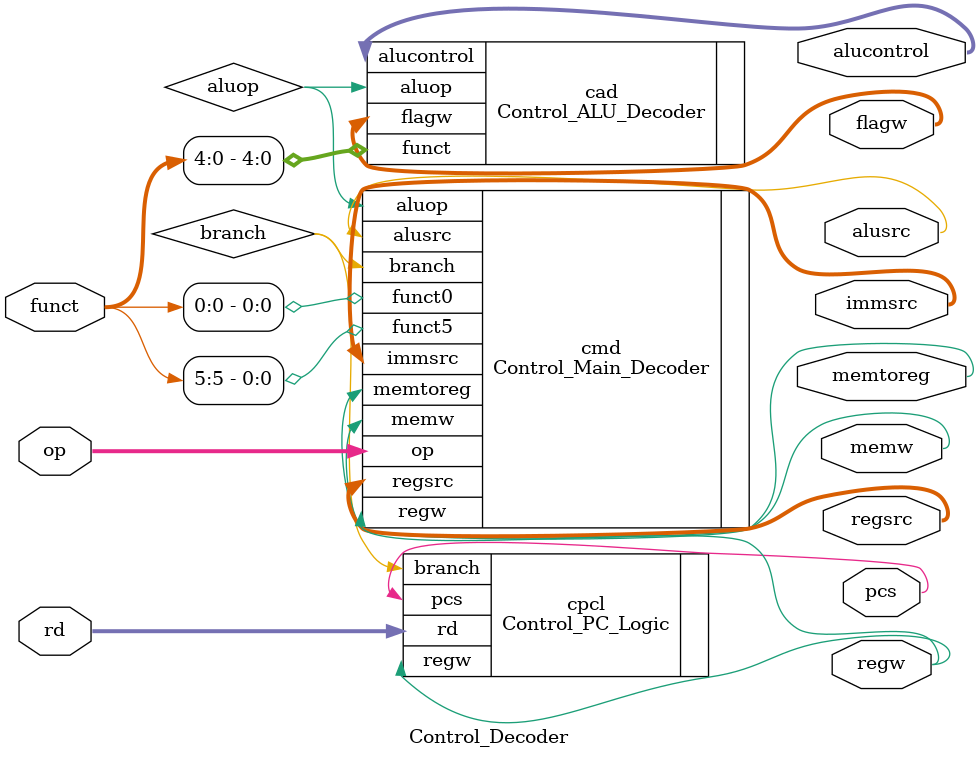
<source format=sv>
module Control_Decoder (input logic [1:0] op,
								input logic [5:0] funct,
								input logic [3:0] rd,
								output logic pcs,
								output logic regw,
								output logic memw,
								output logic memtoreg,
								output logic alusrc,
								output logic [1:0] immsrc,
								output logic [1:0] regsrc,
								output logic [1:0] alucontrol,
								output logic [1:0] flagw
								);
								
	logic branch;
	logic aluop;
								
	Control_PC_Logic cpcl(.rd(rd),
								.branch(branch),
								.regw(regw),
								.pcs(pcs)
								);
									
	Control_Main_Decoder cmd(.op(op),
									.funct0(funct[0]),
									.funct5(funct[5]),
									.branch(branch),
									.memtoreg(memtoreg),
									.memw(memw),
									.alusrc(alusrc),
									.immsrc(immsrc),
									.regw(regw),
									.regsrc(regsrc),
									.aluop(aluop)
									);
										
	Control_ALU_Decoder cad(.aluop(aluop),
									.funct(funct[4:0]),
									.alucontrol(alucontrol),
									.flagw(flagw)
									);

endmodule
</source>
